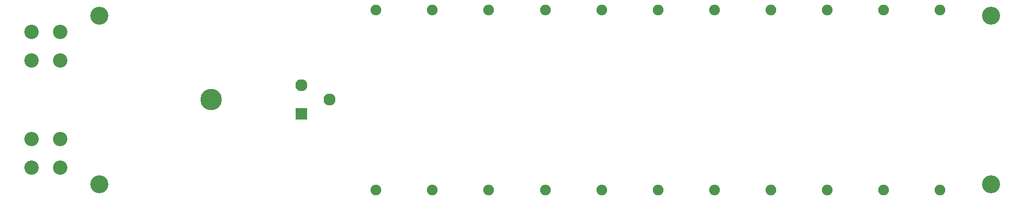
<source format=gbr>
%TF.GenerationSoftware,KiCad,Pcbnew,8.0.3*%
%TF.CreationDate,2024-08-03T11:39:00-05:00*%
%TF.ProjectId,1024 Capacitor Discharger,31303234-2043-4617-9061-6369746f7220,rev?*%
%TF.SameCoordinates,PX4153a20PY6dac2c0*%
%TF.FileFunction,Soldermask,Bot*%
%TF.FilePolarity,Negative*%
%FSLAX46Y46*%
G04 Gerber Fmt 4.6, Leading zero omitted, Abs format (unit mm)*
G04 Created by KiCad (PCBNEW 8.0.3) date 2024-08-03 11:39:00*
%MOMM*%
%LPD*%
G01*
G04 APERTURE LIST*
%ADD10C,3.200000*%
%ADD11C,2.550000*%
%ADD12C,3.800000*%
%ADD13R,2.130000X2.130000*%
%ADD14C,2.130000*%
%ADD15C,1.900000*%
G04 APERTURE END LIST*
D10*
%TO.C,H2*%
X14500000Y5000000D03*
%TD*%
D11*
%TO.C,J1*%
X2450000Y13025000D03*
X2450000Y7925000D03*
X7550000Y13025000D03*
X7550000Y7925000D03*
%TD*%
D12*
%TO.C,Q1*%
X34250000Y20050000D03*
D13*
X50250000Y17500000D03*
D14*
X55250000Y20050000D03*
X50250000Y22600000D03*
%TD*%
D15*
%TO.C,R11*%
X133500000Y36000000D03*
X133500000Y4000000D03*
%TD*%
%TO.C,R4*%
X63500000Y36000000D03*
X63500000Y4000000D03*
%TD*%
D10*
%TO.C,H3*%
X172500000Y35000000D03*
%TD*%
%TO.C,H1*%
X14500000Y35000000D03*
%TD*%
D15*
%TO.C,R14*%
X163500000Y36000000D03*
X163500000Y4000000D03*
%TD*%
%TO.C,R8*%
X103500000Y36000000D03*
X103500000Y4000000D03*
%TD*%
%TO.C,R10*%
X123500000Y36000000D03*
X123500000Y4000000D03*
%TD*%
%TO.C,R6*%
X83500000Y36000000D03*
X83500000Y4000000D03*
%TD*%
%TO.C,R13*%
X153500000Y36000000D03*
X153500000Y4000000D03*
%TD*%
%TO.C,R7*%
X93500000Y36000000D03*
X93500000Y4000000D03*
%TD*%
D11*
%TO.C,J2*%
X2450000Y32075000D03*
X2450000Y26975000D03*
X7550000Y32075000D03*
X7550000Y26975000D03*
%TD*%
D15*
%TO.C,R5*%
X73500000Y36000000D03*
X73500000Y4000000D03*
%TD*%
D10*
%TO.C,H4*%
X172500000Y5000000D03*
%TD*%
D15*
%TO.C,R9*%
X113500000Y36000000D03*
X113500000Y4000000D03*
%TD*%
%TO.C,R12*%
X143500000Y36000000D03*
X143500000Y4000000D03*
%TD*%
M02*

</source>
